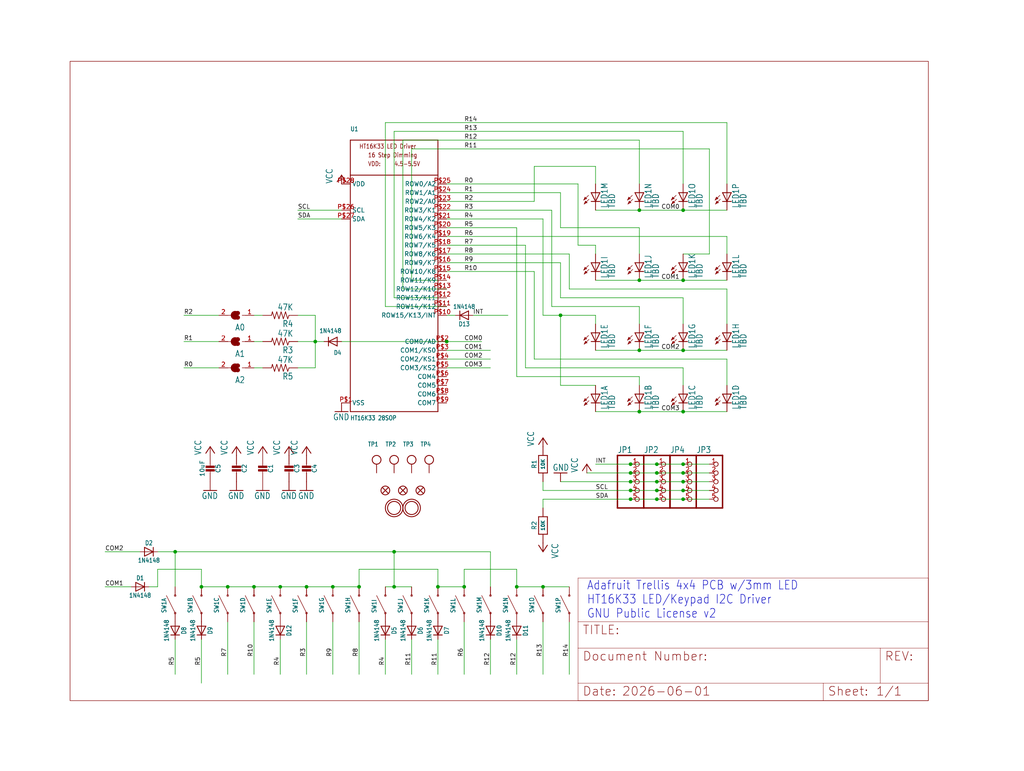
<source format=kicad_sch>
(kicad_sch (version 20230121) (generator eeschema)
  (paper "User" 297.002 223.571)
  (junction (at 127 170.18))
  (junction (at 198.12 81.28))
  (junction (at 96.52 170.18))
  (junction (at 185.42 81.28))
  (junction (at 134.62 170.18))
  (junction (at 182.88 144.78))
  (junction (at 81.28 170.18))
  (junction (at 149.86 170.18))
  (junction (at 73.66 170.18))
  (junction (at 185.42 119.38))
  (junction (at 198.12 119.38))
  (junction (at 198.12 139.7))
  (junction (at 104.14 170.18))
  (junction (at 198.12 101.6))
  (junction (at 162.56 91.44))
  (junction (at 198.12 60.96))
  (junction (at 185.42 101.6))
  (junction (at 198.12 142.24))
  (junction (at 114.3 160.02))
  (junction (at 50.8 160.02))
  (junction (at 198.12 134.62))
  (junction (at 198.12 144.78))
  (junction (at 198.12 137.16))
  (junction (at 157.48 170.18))
  (junction (at 114.3 170.18))
  (junction (at 182.88 134.62))
  (junction (at 129.54 99.06))
  (junction (at 182.88 139.7))
  (junction (at 190.5 144.78))
  (junction (at 190.5 134.62))
  (junction (at 66.04 170.18))
  (junction (at 88.9 170.18))
  (junction (at 190.5 139.7))
  (junction (at 182.88 137.16))
  (junction (at 91.44 99.06))
  (junction (at 182.88 142.24))
  (junction (at 185.42 60.96))
  (junction (at 58.42 170.18))
  (junction (at 190.5 137.16))
  (junction (at 190.5 142.24))
  (wire (pts (xy 185.42 119.38) (xy 198.12 119.38)) (stroke (width 0.1524)))
  (wire (pts (xy 58.42 165.1) (xy 58.42 170.18)) (stroke (width 0.1524)))
  (wire (pts (xy 114.3 38.1) (xy 198.12 38.1)) (stroke (width 0.1524)))
  (wire (pts (xy 185.42 81.28) (xy 198.12 81.28)) (stroke (width 0.1524)))
  (wire (pts (xy 127 170.18) (xy 127 165.1)) (stroke (width 0.1524)))
  (wire (pts (xy 137.16 91.44) (xy 147.32 91.44)) (stroke (width 0.1524)))
  (wire (pts (xy 182.88 142.24) (xy 157.48 142.24)) (stroke (width 0.1524)))
  (wire (pts (xy 58.42 170.18) (xy 66.04 170.18)) (stroke (width 0.1524)))
  (wire (pts (xy 119.38 185.42) (xy 119.38 195.58)) (stroke (width 0.1524)))
  (wire (pts (xy 119.38 43.18) (xy 205.74 43.18)) (stroke (width 0.1524)))
  (wire (pts (xy 198.12 81.28) (xy 210.82 81.28)) (stroke (width 0.1524)))
  (wire (pts (xy 50.8 160.02) (xy 114.3 160.02)) (stroke (width 0.1524)))
  (wire (pts (xy 129.54 63.5) (xy 157.48 63.5)) (stroke (width 0.1524)))
  (wire (pts (xy 99.06 99.06) (xy 129.54 99.06)) (stroke (width 0.1524)))
  (wire (pts (xy 149.86 170.18) (xy 157.48 170.18)) (stroke (width 0.1524)))
  (wire (pts (xy 114.3 170.18) (xy 119.38 170.18)) (stroke (width 0.1524)))
  (wire (pts (xy 45.72 170.18) (xy 45.72 165.1)) (stroke (width 0.1524)))
  (wire (pts (xy 185.42 109.22) (xy 185.42 111.76)) (stroke (width 0.1524)))
  (wire (pts (xy 198.12 38.1) (xy 198.12 53.34)) (stroke (width 0.1524)))
  (wire (pts (xy 129.54 73.66) (xy 165.1 73.66)) (stroke (width 0.1524)))
  (wire (pts (xy 142.24 160.02) (xy 142.24 170.18)) (stroke (width 0.1524)))
  (wire (pts (xy 198.12 86.36) (xy 198.12 93.98)) (stroke (width 0.1524)))
  (wire (pts (xy 129.54 78.74) (xy 154.94 78.74)) (stroke (width 0.1524)))
  (wire (pts (xy 154.94 78.74) (xy 154.94 104.14)) (stroke (width 0.1524)))
  (wire (pts (xy 149.86 109.22) (xy 149.86 66.04)) (stroke (width 0.1524)))
  (wire (pts (xy 172.72 48.26) (xy 172.72 53.34)) (stroke (width 0.1524)))
  (wire (pts (xy 86.36 99.06) (xy 91.44 99.06)) (stroke (width 0.1524)))
  (wire (pts (xy 198.12 60.96) (xy 210.82 60.96)) (stroke (width 0.1524)))
  (wire (pts (xy 40.64 160.02) (xy 30.48 160.02)) (stroke (width 0.1524)))
  (wire (pts (xy 210.82 83.82) (xy 210.82 93.98)) (stroke (width 0.1524)))
  (wire (pts (xy 165.1 180.34) (xy 165.1 195.58)) (stroke (width 0.1524)))
  (wire (pts (xy 88.9 180.34) (xy 88.9 195.58)) (stroke (width 0.1524)))
  (wire (pts (xy 170.18 137.16) (xy 182.88 137.16)) (stroke (width 0.1524)))
  (wire (pts (xy 50.8 185.42) (xy 50.8 195.58)) (stroke (width 0.1524)))
  (wire (pts (xy 172.72 73.66) (xy 172.72 71.12)) (stroke (width 0.1524)))
  (wire (pts (xy 185.42 40.64) (xy 185.42 53.34)) (stroke (width 0.1524)))
  (wire (pts (xy 157.48 170.18) (xy 165.1 170.18)) (stroke (width 0.1524)))
  (wire (pts (xy 88.9 170.18) (xy 96.52 170.18)) (stroke (width 0.1524)))
  (wire (pts (xy 91.44 99.06) (xy 91.44 91.44)) (stroke (width 0.1524)))
  (wire (pts (xy 190.5 137.16) (xy 198.12 137.16)) (stroke (width 0.1524)))
  (wire (pts (xy 127 185.42) (xy 127 195.58)) (stroke (width 0.1524)))
  (wire (pts (xy 198.12 137.16) (xy 205.74 137.16)) (stroke (width 0.1524)))
  (wire (pts (xy 81.28 170.18) (xy 88.9 170.18)) (stroke (width 0.1524)))
  (wire (pts (xy 198.12 142.24) (xy 205.74 142.24)) (stroke (width 0.1524)))
  (wire (pts (xy 172.72 101.6) (xy 185.42 101.6)) (stroke (width 0.1524)))
  (wire (pts (xy 132.08 91.44) (xy 129.54 91.44)) (stroke (width 0.1524)))
  (wire (pts (xy 198.12 139.7) (xy 205.74 139.7)) (stroke (width 0.1524)))
  (wire (pts (xy 172.72 111.76) (xy 162.56 111.76)) (stroke (width 0.1524)))
  (wire (pts (xy 182.88 137.16) (xy 190.5 137.16)) (stroke (width 0.1524)))
  (wire (pts (xy 114.3 170.18) (xy 114.3 160.02)) (stroke (width 0.1524)))
  (wire (pts (xy 38.1 170.18) (xy 30.48 170.18)) (stroke (width 0.1524)))
  (wire (pts (xy 198.12 106.68) (xy 198.12 111.76)) (stroke (width 0.1524)))
  (wire (pts (xy 53.34 99.06) (xy 63.5 99.06)) (stroke (width 0.1524)))
  (wire (pts (xy 154.94 58.42) (xy 154.94 48.26)) (stroke (width 0.1524)))
  (wire (pts (xy 45.72 160.02) (xy 50.8 160.02)) (stroke (width 0.1524)))
  (wire (pts (xy 63.5 91.44) (xy 53.34 91.44)) (stroke (width 0.1524)))
  (wire (pts (xy 129.54 81.28) (xy 119.38 81.28)) (stroke (width 0.1524)))
  (wire (pts (xy 129.54 68.58) (xy 210.82 68.58)) (stroke (width 0.1524)))
  (wire (pts (xy 114.3 86.36) (xy 114.3 38.1)) (stroke (width 0.1524)))
  (wire (pts (xy 154.94 48.26) (xy 172.72 48.26)) (stroke (width 0.1524)))
  (wire (pts (xy 172.72 91.44) (xy 172.72 93.98)) (stroke (width 0.1524)))
  (wire (pts (xy 157.48 142.24) (xy 157.48 139.7)) (stroke (width 0.1524)))
  (wire (pts (xy 165.1 73.66) (xy 165.1 83.82)) (stroke (width 0.1524)))
  (wire (pts (xy 91.44 99.06) (xy 93.98 99.06)) (stroke (width 0.1524)))
  (wire (pts (xy 185.42 88.9) (xy 160.02 88.9)) (stroke (width 0.1524)))
  (wire (pts (xy 96.52 195.58) (xy 96.52 180.34)) (stroke (width 0.1524)))
  (wire (pts (xy 198.12 134.62) (xy 205.74 134.62)) (stroke (width 0.1524)))
  (wire (pts (xy 127 170.18) (xy 134.62 170.18)) (stroke (width 0.1524)))
  (wire (pts (xy 182.88 144.78) (xy 190.5 144.78)) (stroke (width 0.1524)))
  (wire (pts (xy 149.86 165.1) (xy 134.62 165.1)) (stroke (width 0.1524)))
  (wire (pts (xy 172.72 81.28) (xy 185.42 81.28)) (stroke (width 0.1524)))
  (wire (pts (xy 205.74 43.18) (xy 205.74 73.66)) (stroke (width 0.1524)))
  (wire (pts (xy 172.72 119.38) (xy 185.42 119.38)) (stroke (width 0.1524)))
  (wire (pts (xy 210.82 68.58) (xy 210.82 73.66)) (stroke (width 0.1524)))
  (wire (pts (xy 190.5 134.62) (xy 198.12 134.62)) (stroke (width 0.1524)))
  (wire (pts (xy 111.76 88.9) (xy 111.76 35.56)) (stroke (width 0.1524)))
  (wire (pts (xy 91.44 91.44) (xy 86.36 91.44)) (stroke (width 0.1524)))
  (wire (pts (xy 81.28 185.42) (xy 81.28 195.58)) (stroke (width 0.1524)))
  (wire (pts (xy 129.54 101.6) (xy 142.24 101.6)) (stroke (width 0.1524)))
  (wire (pts (xy 91.44 106.68) (xy 91.44 99.06)) (stroke (width 0.1524)))
  (wire (pts (xy 190.5 139.7) (xy 198.12 139.7)) (stroke (width 0.1524)))
  (wire (pts (xy 162.56 86.36) (xy 198.12 86.36)) (stroke (width 0.1524)))
  (wire (pts (xy 129.54 106.68) (xy 142.24 106.68)) (stroke (width 0.1524)))
  (wire (pts (xy 99.06 63.5) (xy 86.36 63.5)) (stroke (width 0.1524)))
  (wire (pts (xy 96.52 170.18) (xy 104.14 170.18)) (stroke (width 0.1524)))
  (wire (pts (xy 157.48 147.32) (xy 157.48 144.78)) (stroke (width 0.1524)))
  (wire (pts (xy 58.42 185.42) (xy 58.42 198.12)) (stroke (width 0.1524)))
  (wire (pts (xy 86.36 106.68) (xy 91.44 106.68)) (stroke (width 0.1524)))
  (wire (pts (xy 149.86 185.42) (xy 149.86 195.58)) (stroke (width 0.1524)))
  (wire (pts (xy 162.56 55.88) (xy 162.56 66.04)) (stroke (width 0.1524)))
  (wire (pts (xy 111.76 35.56) (xy 210.82 35.56)) (stroke (width 0.1524)))
  (wire (pts (xy 185.42 66.04) (xy 185.42 73.66)) (stroke (width 0.1524)))
  (wire (pts (xy 129.54 99.06) (xy 139.7 99.06)) (stroke (width 0.1524)))
  (wire (pts (xy 154.94 104.14) (xy 210.82 104.14)) (stroke (width 0.1524)))
  (wire (pts (xy 50.8 170.18) (xy 50.8 160.02)) (stroke (width 0.1524)))
  (wire (pts (xy 73.66 170.18) (xy 81.28 170.18)) (stroke (width 0.1524)))
  (wire (pts (xy 162.56 76.2) (xy 162.56 86.36)) (stroke (width 0.1524)))
  (wire (pts (xy 76.2 91.44) (xy 73.66 91.44)) (stroke (width 0.1524)))
  (wire (pts (xy 210.82 35.56) (xy 210.82 53.34)) (stroke (width 0.1524)))
  (wire (pts (xy 157.48 91.44) (xy 162.56 91.44)) (stroke (width 0.1524)))
  (wire (pts (xy 129.54 76.2) (xy 162.56 76.2)) (stroke (width 0.1524)))
  (wire (pts (xy 182.88 134.62) (xy 172.72 134.62)) (stroke (width 0.1524)))
  (wire (pts (xy 129.54 58.42) (xy 154.94 58.42)) (stroke (width 0.1524)))
  (wire (pts (xy 172.72 71.12) (xy 167.64 71.12)) (stroke (width 0.1524)))
  (wire (pts (xy 185.42 93.98) (xy 185.42 88.9)) (stroke (width 0.1524)))
  (wire (pts (xy 162.56 139.7) (xy 182.88 139.7)) (stroke (width 0.1524)))
  (wire (pts (xy 104.14 180.34) (xy 104.14 195.58)) (stroke (width 0.1524)))
  (wire (pts (xy 185.42 60.96) (xy 198.12 60.96)) (stroke (width 0.1524)))
  (wire (pts (xy 198.12 144.78) (xy 205.74 144.78)) (stroke (width 0.1524)))
  (wire (pts (xy 185.42 101.6) (xy 198.12 101.6)) (stroke (width 0.1524)))
  (wire (pts (xy 116.84 83.82) (xy 116.84 40.64)) (stroke (width 0.1524)))
  (wire (pts (xy 160.02 60.96) (xy 129.54 60.96)) (stroke (width 0.1524)))
  (wire (pts (xy 152.4 71.12) (xy 152.4 106.68)) (stroke (width 0.1524)))
  (wire (pts (xy 157.48 180.34) (xy 157.48 195.58)) (stroke (width 0.1524)))
  (wire (pts (xy 129.54 86.36) (xy 114.3 86.36)) (stroke (width 0.1524)))
  (wire (pts (xy 76.2 99.06) (xy 73.66 99.06)) (stroke (width 0.1524)))
  (wire (pts (xy 99.06 60.96) (xy 86.36 60.96)) (stroke (width 0.1524)))
  (wire (pts (xy 167.64 53.34) (xy 129.54 53.34)) (stroke (width 0.1524)))
  (wire (pts (xy 165.1 83.82) (xy 210.82 83.82)) (stroke (width 0.1524)))
  (wire (pts (xy 157.48 63.5) (xy 157.48 91.44)) (stroke (width 0.1524)))
  (wire (pts (xy 172.72 60.96) (xy 185.42 60.96)) (stroke (width 0.1524)))
  (wire (pts (xy 116.84 40.64) (xy 185.42 40.64)) (stroke (width 0.1524)))
  (wire (pts (xy 205.74 73.66) (xy 198.12 73.66)) (stroke (width 0.1524)))
  (wire (pts (xy 66.04 180.34) (xy 66.04 195.58)) (stroke (width 0.1524)))
  (wire (pts (xy 111.76 185.42) (xy 111.76 195.58)) (stroke (width 0.1524)))
  (wire (pts (xy 129.54 83.82) (xy 116.84 83.82)) (stroke (width 0.1524)))
  (wire (pts (xy 142.24 185.42) (xy 142.24 195.58)) (stroke (width 0.1524)))
  (wire (pts (xy 73.66 180.34) (xy 73.66 195.58)) (stroke (width 0.1524)))
  (wire (pts (xy 149.86 170.18) (xy 149.86 165.1)) (stroke (width 0.1524)))
  (wire (pts (xy 127 165.1) (xy 104.14 165.1)) (stroke (width 0.1524)))
  (wire (pts (xy 162.56 111.76) (xy 162.56 91.44)) (stroke (width 0.1524)))
  (wire (pts (xy 111.76 170.18) (xy 114.3 170.18)) (stroke (width 0.1524)))
  (wire (pts (xy 149.86 109.22) (xy 185.42 109.22)) (stroke (width 0.1524)))
  (wire (pts (xy 160.02 88.9) (xy 160.02 60.96)) (stroke (width 0.1524)))
  (wire (pts (xy 210.82 104.14) (xy 210.82 111.76)) (stroke (width 0.1524)))
  (wire (pts (xy 198.12 119.38) (xy 210.82 119.38)) (stroke (width 0.1524)))
  (wire (pts (xy 149.86 66.04) (xy 129.54 66.04)) (stroke (width 0.1524)))
  (wire (pts (xy 114.3 160.02) (xy 142.24 160.02)) (stroke (width 0.1524)))
  (wire (pts (xy 63.5 106.68) (xy 53.34 106.68)) (stroke (width 0.1524)))
  (wire (pts (xy 129.54 88.9) (xy 111.76 88.9)) (stroke (width 0.1524)))
  (wire (pts (xy 134.62 165.1) (xy 134.62 170.18)) (stroke (width 0.1524)))
  (wire (pts (xy 152.4 106.68) (xy 198.12 106.68)) (stroke (width 0.1524)))
  (wire (pts (xy 73.66 106.68) (xy 76.2 106.68)) (stroke (width 0.1524)))
  (wire (pts (xy 182.88 134.62) (xy 190.5 134.62)) (stroke (width 0.1524)))
  (wire (pts (xy 129.54 55.88) (xy 162.56 55.88)) (stroke (width 0.1524)))
  (wire (pts (xy 162.56 66.04) (xy 185.42 66.04)) (stroke (width 0.1524)))
  (wire (pts (xy 167.64 71.12) (xy 167.64 53.34)) (stroke (width 0.1524)))
  (wire (pts (xy 198.12 101.6) (xy 210.82 101.6)) (stroke (width 0.1524)))
  (wire (pts (xy 182.88 139.7) (xy 190.5 139.7)) (stroke (width 0.1524)))
  (wire (pts (xy 134.62 195.58) (xy 134.62 180.34)) (stroke (width 0.1524)))
  (wire (pts (xy 190.5 142.24) (xy 198.12 142.24)) (stroke (width 0.1524)))
  (wire (pts (xy 162.56 91.44) (xy 172.72 91.44)) (stroke (width 0.1524)))
  (wire (pts (xy 129.54 104.14) (xy 142.24 104.14)) (stroke (width 0.1524)))
  (wire (pts (xy 45.72 165.1) (xy 58.42 165.1)) (stroke (width 0.1524)))
  (wire (pts (xy 182.88 144.78) (xy 157.48 144.78)) (stroke (width 0.1524)))
  (wire (pts (xy 104.14 165.1) (xy 104.14 170.18)) (stroke (width 0.1524)))
  (wire (pts (xy 152.4 71.12) (xy 129.54 71.12)) (stroke (width 0.1524)))
  (wire (pts (xy 43.18 170.18) (xy 45.72 170.18)) (stroke (width 0.1524)))
  (wire (pts (xy 182.88 142.24) (xy 190.5 142.24)) (stroke (width 0.1524)))
  (wire (pts (xy 119.38 81.28) (xy 119.38 43.18)) (stroke (width 0.1524)))
  (wire (pts (xy 66.04 170.18) (xy 73.66 170.18)) (stroke (width 0.1524)))
  (wire (pts (xy 190.5 144.78) (xy 198.12 144.78)) (stroke (width 0.1524)))
  (text "Adafruit Trellis 4x4 PCB w/3mm LED\nHT16K33 LED/Keypad I2C Driver\nGNU Public License v2" (at 170.18 173.99 0) (effects (font (size 2.54 2.159)) (justify left)))
  (label "COM1" (at 30.48 170.18 0) (effects (font (size 1.2446 1.2446))))
  (label "R11" (at 119.38 193.04 90) (effects (font (size 1.2446 1.2446))))
  (label "R4" (at 134.62 63.5 0) (effects (font (size 1.2446 1.2446))))
  (label "INT" (at 137.16 91.44 0) (effects (font (size 1.2446 1.2446))))
  (label "R6" (at 134.62 68.58 0) (effects (font (size 1.2446 1.2446))))
  (label "R8" (at 104.14 190.5 90) (effects (font (size 1.2446 1.2446))))
  (label "COM3" (at 134.62 106.68 0) (effects (font (size 1.2446 1.2446))))
  (label "R5" (at 50.8 193.04 90) (effects (font (size 1.2446 1.2446))))
  (label "COM3" (at 191.77 119.38 0) (effects (font (size 1.2446 1.2446))))
  (label "R5" (at 58.42 193.04 90) (effects (font (size 1.2446 1.2446))))
  (label "R4" (at 111.76 193.04 90) (effects (font (size 1.2446 1.2446))))
  (label "R0" (at 53.34 106.68 0) (effects (font (size 1.2446 1.2446))))
  (label "R7" (at 66.04 190.5 90) (effects (font (size 1.2446 1.2446))))
  (label "R4" (at 81.28 193.04 90) (effects (font (size 1.2446 1.2446))))
  (label "R9" (at 134.62 76.2 0) (effects (font (size 1.2446 1.2446))))
  (label "COM2" (at 30.48 160.02 0) (effects (font (size 1.2446 1.2446))))
  (label "R2" (at 53.34 91.44 0) (effects (font (size 1.2446 1.2446))))
  (label "R11" (at 134.62 43.18 0) (effects (font (size 1.2446 1.2446))))
  (label "R12" (at 142.24 193.04 90) (effects (font (size 1.2446 1.2446))))
  (label "COM0" (at 134.62 99.06 0) (effects (font (size 1.2446 1.2446))))
  (label "COM2" (at 134.62 104.14 0) (effects (font (size 1.2446 1.2446))))
  (label "R12" (at 149.86 193.04 90) (effects (font (size 1.2446 1.2446))))
  (label "R3" (at 134.62 60.96 0) (effects (font (size 1.2446 1.2446))))
  (label "COM1" (at 191.77 81.28 0) (effects (font (size 1.2446 1.2446))))
  (label "SDA" (at 86.36 63.5 0) (effects (font (size 1.2446 1.2446))))
  (label "COM1" (at 134.62 101.6 0) (effects (font (size 1.2446 1.2446))))
  (label "R10" (at 134.62 78.74 0) (effects (font (size 1.2446 1.2446))))
  (label "R0" (at 134.62 53.34 0) (effects (font (size 1.2446 1.2446))))
  (label "R7" (at 134.62 71.12 0) (effects (font (size 1.2446 1.2446))))
  (label "R13" (at 134.62 38.1 0) (effects (font (size 1.2446 1.2446))))
  (label "R2" (at 134.62 58.42 0) (effects (font (size 1.2446 1.2446))))
  (label "R14" (at 165.1 190.5 90) (effects (font (size 1.2446 1.2446))))
  (label "R1" (at 134.62 55.88 0) (effects (font (size 1.2446 1.2446))))
  (label "SCL" (at 86.36 60.96 0) (effects (font (size 1.2446 1.2446))))
  (label "SDA" (at 172.72 144.78 0) (effects (font (size 1.2446 1.2446))))
  (label "SCL" (at 172.72 142.24 0) (effects (font (size 1.2446 1.2446))))
  (label "R14" (at 134.62 35.56 0) (effects (font (size 1.2446 1.2446))))
  (label "R11" (at 127 193.04 90) (effects (font (size 1.2446 1.2446))))
  (label "COM0" (at 191.77 60.96 0) (effects (font (size 1.2446 1.2446))))
  (label "R5" (at 134.62 66.04 0) (effects (font (size 1.2446 1.2446))))
  (label "COM2" (at 191.77 101.6 0) (effects (font (size 1.2446 1.2446))))
  (label "R9" (at 96.52 190.5 90) (effects (font (size 1.2446 1.2446))))
  (label "R12" (at 134.62 40.64 0) (effects (font (size 1.2446 1.2446))))
  (label "INT" (at 172.72 134.62 0) (effects (font (size 1.2446 1.2446))))
  (label "R10" (at 73.66 190.5 90) (effects (font (size 1.2446 1.2446))))
  (label "R1" (at 53.34 99.06 0) (effects (font (size 1.2446 1.2446))))
  (label "R13" (at 157.48 190.5 90) (effects (font (size 1.2446 1.2446))))
  (label "R3" (at 88.9 190.5 90) (effects (font (size 1.2446 1.2446))))
  (label "R8" (at 134.62 73.66 0) (effects (font (size 1.2446 1.2446))))
  (label "R6" (at 134.62 190.5 90) (effects (font (size 1.2446 1.2446))))
  (symbol (lib_id "working-eagle-import:VCC") (at 60.96 129.54 0) (unit 1)
    (property "Reference" "#P+9" (effects hide))
    (property "Value" "VCC" (at 58.42 132.08 90) (effects (font (size 1.778 1.5113)) (justify left bottom)))
  )
  (symbol (lib_id "working-eagle-import:DIODESOD-323") (at 149.86 182.88 270) (unit 1)
    (property "Reference" "D11" (at 152.4 182.88 0) (effects (font (size 1.27 1.0795))))
    (property "Value" "1N4148" (at 147.36 182.88 0) (effects (font (size 1.27 1.0795))))
    (property "Footprint" "working:SOD-323" (effects hide))
  )
  (symbol (lib_id "working-eagle-import:SWITCH-SILICON-4X4GRID-10MM-5.4MM") (at 73.66 175.26 90) (unit 4)
    (property "Reference" "SW1" (at 71.12 177.8 0) (effects (font (size 1.27 1.0795)) (justify left bottom)))
    (property "Value" "SWITCH-SILICON-4X4GRID-10MM-5.4MM" (effects hide))
    (property "Footprint" "working:ELAST_PAD_SQUARE_10MM_5.4MM_4X4GRID" (effects hide))
  )
  (symbol (lib_id "working-eagle-import:TESTPOINT") (at 114.3 137.16 0) (unit 1)
    (property "Reference" "TP2" (at 111.76 129.54 0) (effects (font (size 1.27 1.0795)) (justify left bottom)))
    (property "Value" "TESTPOINT" (effects hide))
    (property "Footprint" "working:TESTPOINT_SMT" (effects hide))
  )
  (symbol (lib_id "working-eagle-import:DIODESOD-323") (at 58.42 182.88 270) (unit 1)
    (property "Reference" "D9" (at 60.96 182.88 0) (effects (font (size 1.27 1.0795))))
    (property "Value" "1N4148" (at 55.92 182.88 0) (effects (font (size 1.27 1.0795))))
    (property "Footprint" "working:SOD-323" (effects hide))
  )
  (symbol (lib_id "working-eagle-import:RESISTOR_0805") (at 157.48 134.62 90) (unit 1)
    (property "Reference" "R1" (at 154.94 134.62 0))
    (property "Value" "10K" (at 157.48 134.62 0) (effects (font (size 1.016 1.016) bold)))
    (property "Footprint" "working:_0805" (effects hide))
  )
  (symbol (lib_id "working-eagle-import:SWITCH-SILICON-4X4GRID-10MM-5.4MM") (at 134.62 175.26 90) (unit 12)
    (property "Reference" "SW1" (at 132.08 177.8 0) (effects (font (size 1.27 1.0795)) (justify left bottom)))
    (property "Value" "SWITCH-SILICON-4X4GRID-10MM-5.4MM" (effects hide))
    (property "Footprint" "working:ELAST_PAD_SQUARE_10MM_5.4MM_4X4GRID" (effects hide))
  )
  (symbol (lib_id "working-eagle-import:TESTPOINT") (at 124.46 137.16 0) (unit 1)
    (property "Reference" "TP4" (at 121.92 129.54 0) (effects (font (size 1.27 1.0795)) (justify left bottom)))
    (property "Value" "TESTPOINT" (effects hide))
    (property "Footprint" "working:TESTPOINT_SMT" (effects hide))
  )
  (symbol (lib_id "working-eagle-import:LED-3MM-4X4GRID-3MM") (at 172.72 76.2 0) (unit 9)
    (property "Reference" "LED1" (at 176.276 80.772 90) (effects (font (size 1.778 1.5113)) (justify left bottom)))
    (property "Value" "TBD" (at 178.435 80.772 90) (effects (font (size 1.778 1.5113)) (justify left bottom)))
    (property "Footprint" "working:LED3MM-4X4GRID" (effects hide))
  )
  (symbol (lib_id "working-eagle-import:SOLDERJUMPERREFLOW_NOPASTE") (at 68.58 91.44 180) (unit 1)
    (property "Reference" "A0" (at 71.12 93.98 0) (effects (font (size 1.778 1.5113)) (justify left bottom)))
    (property "Value" "SOLDERJUMPERREFLOW_NOPASTE" (effects hide))
    (property "Footprint" "working:SOLDERJUMPER_REFLOW_NOPASTE" (effects hide))
  )
  (symbol (lib_id "working-eagle-import:LED-3MM-4X4GRID-3MM") (at 185.42 76.2 0) (unit 10)
    (property "Reference" "LED1" (at 188.976 80.772 90) (effects (font (size 1.778 1.5113)) (justify left bottom)))
    (property "Value" "TBD" (at 191.135 80.772 90) (effects (font (size 1.778 1.5113)) (justify left bottom)))
    (property "Footprint" "working:LED3MM-4X4GRID" (effects hide))
  )
  (symbol (lib_id "working-eagle-import:SWITCH-SILICON-4X4GRID-10MM-5.4MM") (at 58.42 175.26 90) (unit 2)
    (property "Reference" "SW1" (at 55.88 177.8 0) (effects (font (size 1.27 1.0795)) (justify left bottom)))
    (property "Value" "SWITCH-SILICON-4X4GRID-10MM-5.4MM" (effects hide))
    (property "Footprint" "working:ELAST_PAD_SQUARE_10MM_5.4MM_4X4GRID" (effects hide))
  )
  (symbol (lib_id "working-eagle-import:LED-3MM-4X4GRID-3MM") (at 210.82 114.3 0) (unit 4)
    (property "Reference" "LED1" (at 214.376 118.872 90) (effects (font (size 1.778 1.5113)) (justify left bottom)))
    (property "Value" "TBD" (at 216.535 118.872 90) (effects (font (size 1.778 1.5113)) (justify left bottom)))
    (property "Footprint" "working:LED3MM-4X4GRID" (effects hide))
  )
  (symbol (lib_id "working-eagle-import:TESTPOINT") (at 109.22 137.16 0) (unit 1)
    (property "Reference" "TP1" (at 106.68 129.54 0) (effects (font (size 1.27 1.0795)) (justify left bottom)))
    (property "Value" "TESTPOINT" (effects hide))
    (property "Footprint" "working:TESTPOINT_SMT" (effects hide))
  )
  (symbol (lib_id "working-eagle-import:VCC") (at 68.58 129.54 0) (unit 1)
    (property "Reference" "#P+5" (effects hide))
    (property "Value" "VCC" (at 66.04 132.08 90) (effects (font (size 1.778 1.5113)) (justify left bottom)))
  )
  (symbol (lib_id "working-eagle-import:VCC") (at 88.9 129.54 0) (unit 1)
    (property "Reference" "#P+8" (effects hide))
    (property "Value" "VCC" (at 86.36 132.08 90) (effects (font (size 1.778 1.5113)) (justify left bottom)))
  )
  (symbol (lib_id "working-eagle-import:DIODESOD-323") (at 127 182.88 270) (unit 1)
    (property "Reference" "D7" (at 129.54 182.88 0) (effects (font (size 1.27 1.0795))))
    (property "Value" "1N4148" (at 124.5 182.88 0) (effects (font (size 1.27 1.0795))))
    (property "Footprint" "working:SOD-323" (effects hide))
  )
  (symbol (lib_id "working-eagle-import:LED-3MM-4X4GRID-3MM") (at 185.42 96.52 0) (unit 6)
    (property "Reference" "LED1" (at 188.976 101.092 90) (effects (font (size 1.778 1.5113)) (justify left bottom)))
    (property "Value" "TBD" (at 191.135 101.092 90) (effects (font (size 1.778 1.5113)) (justify left bottom)))
    (property "Footprint" "working:LED3MM-4X4GRID" (effects hide))
  )
  (symbol (lib_id "working-eagle-import:SWITCH-SILICON-4X4GRID-10MM-5.4MM") (at 104.14 175.26 90) (unit 8)
    (property "Reference" "SW1" (at 101.6 177.8 0) (effects (font (size 1.27 1.0795)) (justify left bottom)))
    (property "Value" "SWITCH-SILICON-4X4GRID-10MM-5.4MM" (effects hide))
    (property "Footprint" "working:ELAST_PAD_SQUARE_10MM_5.4MM_4X4GRID" (effects hide))
  )
  (symbol (lib_id "working-eagle-import:FIDUCIAL{dblquote}{dblquote}") (at 121.92 142.24 0) (unit 1)
    (property "Reference" "FID1" (effects hide))
    (property "Value" "FIDUCIAL{dblquote}{dblquote}" (effects hide))
    (property "Footprint" "working:FIDUCIAL_1MM" (effects hide))
  )
  (symbol (lib_id "working-eagle-import:SWITCH-SILICON-4X4GRID-10MM-5.4MM") (at 96.52 175.26 90) (unit 7)
    (property "Reference" "SW1" (at 93.98 177.8 0) (effects (font (size 1.27 1.0795)) (justify left bottom)))
    (property "Value" "SWITCH-SILICON-4X4GRID-10MM-5.4MM" (effects hide))
    (property "Footprint" "working:ELAST_PAD_SQUARE_10MM_5.4MM_4X4GRID" (effects hide))
  )
  (symbol (lib_id "working-eagle-import:DIODESOD-323") (at 50.8 182.88 270) (unit 1)
    (property "Reference" "D8" (at 53.34 182.88 0) (effects (font (size 1.27 1.0795))))
    (property "Value" "1N4148" (at 48.3 182.88 0) (effects (font (size 1.27 1.0795))))
    (property "Footprint" "working:SOD-323" (effects hide))
  )
  (symbol (lib_id "working-eagle-import:LED-3MM-4X4GRID-3MM") (at 185.42 114.3 0) (unit 2)
    (property "Reference" "LED1" (at 188.976 118.872 90) (effects (font (size 1.778 1.5113)) (justify left bottom)))
    (property "Value" "TBD" (at 191.135 118.872 90) (effects (font (size 1.778 1.5113)) (justify left bottom)))
    (property "Footprint" "working:LED3MM-4X4GRID" (effects hide))
  )
  (symbol (lib_id "working-eagle-import:SWITCH-SILICON-4X4GRID-10MM-5.4MM") (at 81.28 175.26 90) (unit 5)
    (property "Reference" "SW1" (at 78.74 177.8 0) (effects (font (size 1.27 1.0795)) (justify left bottom)))
    (property "Value" "SWITCH-SILICON-4X4GRID-10MM-5.4MM" (effects hide))
    (property "Footprint" "working:ELAST_PAD_SQUARE_10MM_5.4MM_4X4GRID" (effects hide))
  )
  (symbol (lib_id "working-eagle-import:DIODESOD-323F") (at 96.52 99.06 180) (unit 1)
    (property "Reference" "D4" (at 99.06 101.6 0) (effects (font (size 1.27 1.0795)) (justify left bottom)))
    (property "Value" "1N4148" (at 99.06 95.25 0) (effects (font (size 1.27 1.0795)) (justify left bottom)))
    (property "Footprint" "working:SOD-323F" (effects hide))
  )
  (symbol (lib_id "working-eagle-import:LED-3MM-4X4GRID-3MM") (at 198.12 114.3 0) (unit 3)
    (property "Reference" "LED1" (at 201.676 118.872 90) (effects (font (size 1.778 1.5113)) (justify left bottom)))
    (property "Value" "TBD" (at 203.835 118.872 90) (effects (font (size 1.778 1.5113)) (justify left bottom)))
    (property "Footprint" "working:LED3MM-4X4GRID" (effects hide))
  )
  (symbol (lib_id "working-eagle-import:LED-3MM-4X4GRID-3MM") (at 172.72 96.52 0) (unit 5)
    (property "Reference" "LED1" (at 176.276 101.092 90) (effects (font (size 1.778 1.5113)) (justify left bottom)))
    (property "Value" "TBD" (at 178.435 101.092 90) (effects (font (size 1.778 1.5113)) (justify left bottom)))
    (property "Footprint" "working:LED3MM-4X4GRID" (effects hide))
  )
  (symbol (lib_id "working-eagle-import:R-US_R0805") (at 81.28 99.06 180) (unit 1)
    (property "Reference" "R3" (at 85.09 100.5586 0) (effects (font (size 1.778 1.5113)) (justify left bottom)))
    (property "Value" "47K" (at 85.09 95.758 0) (effects (font (size 1.778 1.5113)) (justify left bottom)))
    (property "Footprint" "working:R0805" (effects hide))
  )
  (symbol (lib_id "working-eagle-import:GND") (at 88.9 142.24 0) (unit 1)
    (property "Reference" "#GND6" (effects hide))
    (property "Value" "GND" (at 86.36 144.78 0) (effects (font (size 1.778 1.5113)) (justify left bottom)))
  )
  (symbol (lib_id "working-eagle-import:FIDUCIAL{dblquote}{dblquote}") (at 111.76 142.24 0) (unit 1)
    (property "Reference" "FID2" (effects hide))
    (property "Value" "FIDUCIAL{dblquote}{dblquote}" (effects hide))
    (property "Footprint" "working:FIDUCIAL_1MM" (effects hide))
  )
  (symbol (lib_id "working-eagle-import:SWITCH-SILICON-4X4GRID-10MM-5.4MM") (at 157.48 175.26 90) (unit 15)
    (property "Reference" "SW1" (at 154.94 177.8 0) (effects (font (size 1.27 1.0795)) (justify left bottom)))
    (property "Value" "SWITCH-SILICON-4X4GRID-10MM-5.4MM" (effects hide))
    (property "Footprint" "working:ELAST_PAD_SQUARE_10MM_5.4MM_4X4GRID" (effects hide))
  )
  (symbol (lib_id "working-eagle-import:SWITCH-SILICON-4X4GRID-10MM-5.4MM") (at 66.04 175.26 90) (unit 3)
    (property "Reference" "SW1" (at 63.5 177.8 0) (effects (font (size 1.27 1.0795)) (justify left bottom)))
    (property "Value" "SWITCH-SILICON-4X4GRID-10MM-5.4MM" (effects hide))
    (property "Footprint" "working:ELAST_PAD_SQUARE_10MM_5.4MM_4X4GRID" (effects hide))
  )
  (symbol (lib_id "working-eagle-import:DIODESOD-323") (at 43.18 160.02 0) (unit 1)
    (property "Reference" "D2" (at 43.18 157.48 0) (effects (font (size 1.27 1.0795))))
    (property "Value" "1N4148" (at 43.18 162.52 0) (effects (font (size 1.27 1.0795))))
    (property "Footprint" "working:SOD-323" (effects hide))
  )
  (symbol (lib_id "working-eagle-import:SWITCH-SILICON-4X4GRID-10MM-5.4MM") (at 127 175.26 90) (unit 11)
    (property "Reference" "SW1" (at 124.46 177.8 0) (effects (font (size 1.27 1.0795)) (justify left bottom)))
    (property "Value" "SWITCH-SILICON-4X4GRID-10MM-5.4MM" (effects hide))
    (property "Footprint" "working:ELAST_PAD_SQUARE_10MM_5.4MM_4X4GRID" (effects hide))
  )
  (symbol (lib_id "working-eagle-import:SWITCH-SILICON-4X4GRID-10MM-5.4MM") (at 50.8 175.26 90) (unit 1)
    (property "Reference" "SW1" (at 48.26 177.8 0) (effects (font (size 1.27 1.0795)) (justify left bottom)))
    (property "Value" "SWITCH-SILICON-4X4GRID-10MM-5.4MM" (effects hide))
    (property "Footprint" "working:ELAST_PAD_SQUARE_10MM_5.4MM_4X4GRID" (effects hide))
  )
  (symbol (lib_id "working-eagle-import:HEADER-1X5EDGESMT") (at 185.42 139.7 0) (unit 1)
    (property "Reference" "JP1" (at 179.07 131.445 0) (effects (font (size 1.778 1.5113)) (justify left bottom)))
    (property "Value" "HEADER-1X5EDGESMT" (effects hide))
    (property "Footprint" "working:1X5_SMT" (effects hide))
  )
  (symbol (lib_id "working-eagle-import:R-US_R0805") (at 81.28 106.68 180) (unit 1)
    (property "Reference" "R5" (at 85.09 108.1786 0) (effects (font (size 1.778 1.5113)) (justify left bottom)))
    (property "Value" "47K" (at 85.09 103.378 0) (effects (font (size 1.778 1.5113)) (justify left bottom)))
    (property "Footprint" "working:R0805" (effects hide))
  )
  (symbol (lib_id "working-eagle-import:HEADER-1X5EDGESMT") (at 208.28 139.7 0) (unit 1)
    (property "Reference" "JP3" (at 201.93 131.445 0) (effects (font (size 1.778 1.5113)) (justify left bottom)))
    (property "Value" "HEADER-1X5EDGESMT" (effects hide))
    (property "Footprint" "working:1X5_SMT" (effects hide))
  )
  (symbol (lib_id "working-eagle-import:LED-3MM-4X4GRID-3MM") (at 185.42 55.88 0) (unit 14)
    (property "Reference" "LED1" (at 188.976 60.452 90) (effects (font (size 1.778 1.5113)) (justify left bottom)))
    (property "Value" "TBD" (at 191.135 60.452 90) (effects (font (size 1.778 1.5113)) (justify left bottom)))
    (property "Footprint" "working:LED3MM-4X4GRID" (effects hide))
  )
  (symbol (lib_id "working-eagle-import:FIDUCIAL{dblquote}{dblquote}") (at 116.84 142.24 0) (unit 1)
    (property "Reference" "FID3" (effects hide))
    (property "Value" "FIDUCIAL{dblquote}{dblquote}" (effects hide))
    (property "Footprint" "working:FIDUCIAL_1MM" (effects hide))
  )
  (symbol (lib_id "working-eagle-import:GND") (at 76.2 142.24 0) (unit 1)
    (property "Reference" "#GND3" (effects hide))
    (property "Value" "GND" (at 73.66 144.78 0) (effects (font (size 1.778 1.5113)) (justify left bottom)))
  )
  (symbol (lib_id "working-eagle-import:VCC") (at 99.06 50.8 0) (unit 1)
    (property "Reference" "#P+1" (effects hide))
    (property "Value" "VCC" (at 96.52 53.34 90) (effects (font (size 1.778 1.5113)) (justify left bottom)))
  )
  (symbol (lib_id "working-eagle-import:LED-3MM-4X4GRID-3MM") (at 172.72 114.3 0) (unit 1)
    (property "Reference" "LED1" (at 176.276 118.872 90) (effects (font (size 1.778 1.5113)) (justify left bottom)))
    (property "Value" "TBD" (at 178.435 118.872 90) (effects (font (size 1.778 1.5113)) (justify left bottom)))
    (property "Footprint" "working:LED3MM-4X4GRID" (effects hide))
  )
  (symbol (lib_id "working-eagle-import:LED-3MM-4X4GRID-3MM") (at 172.72 55.88 0) (unit 13)
    (property "Reference" "LED1" (at 176.276 60.452 90) (effects (font (size 1.778 1.5113)) (justify left bottom)))
    (property "Value" "TBD" (at 178.435 60.452 90) (effects (font (size 1.778 1.5113)) (justify left bottom)))
    (property "Footprint" "working:LED3MM-4X4GRID" (effects hide))
  )
  (symbol (lib_id "working-eagle-import:HEADER-1X5EDGESMT") (at 200.66 139.7 0) (unit 1)
    (property "Reference" "JP4" (at 194.31 131.445 0) (effects (font (size 1.778 1.5113)) (justify left bottom)))
    (property "Value" "HEADER-1X5EDGESMT" (effects hide))
    (property "Footprint" "working:1X5_SMT" (effects hide))
  )
  (symbol (lib_id "working-eagle-import:SWITCH-SILICON-4X4GRID-10MM-5.4MM") (at 165.1 175.26 90) (unit 16)
    (property "Reference" "SW1" (at 162.56 177.8 0) (effects (font (size 1.27 1.0795)) (justify left bottom)))
    (property "Value" "SWITCH-SILICON-4X4GRID-10MM-5.4MM" (effects hide))
    (property "Footprint" "working:ELAST_PAD_SQUARE_10MM_5.4MM_4X4GRID" (effects hide))
  )
  (symbol (lib_id "working-eagle-import:HT16K33_SOP28") (at 114.3 78.74 0) (unit 1)
    (property "Reference" "U1" (at 101.6 38.1 0) (effects (font (size 1.27 1.0795)) (justify left bottom)))
    (property "Value" "HT16K33 28SOP" (at 101.6 121.92 0) (effects (font (size 1.27 1.0795)) (justify left bottom)))
    (property "Footprint" "working:SOP28_300MIL" (effects hide))
  )
  (symbol (lib_id "working-eagle-import:DIODESOD-323") (at 81.28 182.88 270) (unit 1)
    (property "Reference" "D12" (at 83.82 182.88 0) (effects (font (size 1.27 1.0795))))
    (property "Value" "1N4148" (at 78.78 182.88 0) (effects (font (size 1.27 1.0795))))
    (property "Footprint" "working:SOD-323" (effects hide))
  )
  (symbol (lib_id "working-eagle-import:GND") (at 83.82 142.24 0) (unit 1)
    (property "Reference" "#GND5" (effects hide))
    (property "Value" "GND" (at 81.28 144.78 0) (effects (font (size 1.778 1.5113)) (justify left bottom)))
  )
  (symbol (lib_id "working-eagle-import:DIODESOD-323") (at 142.24 182.88 270) (unit 1)
    (property "Reference" "D10" (at 144.78 182.88 0) (effects (font (size 1.27 1.0795))))
    (property "Value" "1N4148" (at 139.74 182.88 0) (effects (font (size 1.27 1.0795))))
    (property "Footprint" "working:SOD-323" (effects hide))
  )
  (symbol (lib_id "working-eagle-import:GND") (at 68.58 142.24 0) (unit 1)
    (property "Reference" "#GND4" (effects hide))
    (property "Value" "GND" (at 66.04 144.78 0) (effects (font (size 1.778 1.5113)) (justify left bottom)))
  )
  (symbol (lib_id "working-eagle-import:VCC") (at 157.48 127 0) (unit 1)
    (property "Reference" "#P+3" (effects hide))
    (property "Value" "VCC" (at 154.94 129.54 90) (effects (font (size 1.778 1.5113)) (justify left bottom)))
  )
  (symbol (lib_id "working-eagle-import:TESTPOINT") (at 119.38 137.16 0) (unit 1)
    (property "Reference" "TP3" (at 116.84 129.54 0) (effects (font (size 1.27 1.0795)) (justify left bottom)))
    (property "Value" "TESTPOINT" (effects hide))
    (property "Footprint" "working:TESTPOINT_SMT" (effects hide))
  )
  (symbol (lib_id "working-eagle-import:SOLDERJUMPERREFLOW_NOPASTE") (at 68.58 99.06 180) (unit 1)
    (property "Reference" "A1" (at 71.12 101.6 0) (effects (font (size 1.778 1.5113)) (justify left bottom)))
    (property "Value" "SOLDERJUMPERREFLOW_NOPASTE" (effects hide))
    (property "Footprint" "working:SOLDERJUMPER_REFLOW_NOPASTE" (effects hide))
  )
  (symbol (lib_id "working-eagle-import:LED-3MM-4X4GRID-3MM") (at 210.82 76.2 0) (unit 12)
    (property "Reference" "LED1" (at 214.376 80.772 90) (effects (font (size 1.778 1.5113)) (justify left bottom)))
    (property "Value" "TBD" (at 216.535 80.772 90) (effects (font (size 1.778 1.5113)) (justify left bottom)))
    (property "Footprint" "working:LED3MM-4X4GRID" (effects hide))
  )
  (symbol (lib_id "working-eagle-import:LED-3MM-4X4GRID-3MM") (at 198.12 76.2 0) (unit 11)
    (property "Reference" "LED1" (at 201.676 80.772 90) (effects (font (size 1.778 1.5113)) (justify left bottom)))
    (property "Value" "TBD" (at 203.835 80.772 90) (effects (font (size 1.778 1.5113)) (justify left bottom)))
    (property "Footprint" "working:LED3MM-4X4GRID" (effects hide))
  )
  (symbol (lib_id "working-eagle-import:GND") (at 162.56 137.16 180) (unit 1)
    (property "Reference" "#GND2" (effects hide))
    (property "Value" "GND" (at 165.1 134.62 0) (effects (font (size 1.778 1.5113)) (justify left bottom)))
  )
  (symbol (lib_id "working-eagle-import:LETTER_L") (at 167.64 203.2 0) (unit 2)
    (property "Reference" "#FRAME1" (effects hide))
    (property "Value" "LETTER_L" (effects hide))
  )
  (symbol (lib_id "working-eagle-import:SWITCH-SILICON-4X4GRID-10MM-5.4MM") (at 111.76 175.26 90) (unit 9)
    (property "Reference" "SW1" (at 109.22 177.8 0) (effects (font (size 1.27 1.0795)) (justify left bottom)))
    (property "Value" "SWITCH-SILICON-4X4GRID-10MM-5.4MM" (effects hide))
    (property "Footprint" "working:ELAST_PAD_SQUARE_10MM_5.4MM_4X4GRID" (effects hide))
  )
  (symbol (lib_id "working-eagle-import:VCC") (at 157.48 160.02 180) (unit 1)
    (property "Reference" "#P+4" (effects hide))
    (property "Value" "VCC" (at 160.02 157.48 90) (effects (font (size 1.778 1.5113)) (justify left bottom)))
  )
  (symbol (lib_id "working-eagle-import:VCC") (at 83.82 129.54 0) (unit 1)
    (property "Reference" "#P+7" (effects hide))
    (property "Value" "VCC" (at 81.28 132.08 90) (effects (font (size 1.778 1.5113)) (justify left bottom)))
  )
  (symbol (lib_id "working-eagle-import:GND") (at 99.06 119.38 0) (unit 1)
    (property "Reference" "#GND1" (effects hide))
    (property "Value" "GND" (at 96.52 121.92 0) (effects (font (size 1.778 1.5113)) (justify left bottom)))
  )
  (symbol (lib_id "working-eagle-import:CAP_CERAMIC_0805") (at 88.9 134.62 180) (unit 1)
    (property "Reference" "C4" (at 91.19 135.87 90))
    (property "Value" "CAP_CERAMIC_0805" (effects hide))
    (property "Footprint" "working:_0805" (effects hide))
  )
  (symbol (lib_id "working-eagle-import:CAP_CERAMIC_0805") (at 83.82 134.62 180) (unit 1)
    (property "Reference" "C3" (at 86.11 135.87 90))
    (property "Value" "CAP_CERAMIC_0805" (effects hide))
    (property "Footprint" "working:_0805" (effects hide))
  )
  (symbol (lib_id "working-eagle-import:LED-3MM-4X4GRID-3MM") (at 210.82 96.52 0) (unit 8)
    (property "Reference" "LED1" (at 214.376 101.092 90) (effects (font (size 1.778 1.5113)) (justify left bottom)))
    (property "Value" "TBD" (at 216.535 101.092 90) (effects (font (size 1.778 1.5113)) (justify left bottom)))
    (property "Footprint" "working:LED3MM-4X4GRID" (effects hide))
  )
  (symbol (lib_id "working-eagle-import:VCC") (at 170.18 134.62 0) (unit 1)
    (property "Reference" "#P+2" (effects hide))
    (property "Value" "VCC" (at 167.64 137.16 90) (effects (font (size 1.778 1.5113)) (justify left bottom)))
  )
  (symbol (lib_id "working-eagle-import:DIODESOD-323") (at 134.62 91.44 180) (unit 1)
    (property "Reference" "D13" (at 134.62 93.98 0) (effects (font (size 1.27 1.0795))))
    (property "Value" "1N4148" (at 134.62 88.94 0) (effects (font (size 1.27 1.0795))))
    (property "Footprint" "working:SOD-323" (effects hide))
  )
  (symbol (lib_id "working-eagle-import:DIODESOD-323") (at 119.38 182.88 270) (unit 1)
    (property "Reference" "D6" (at 121.92 182.88 0) (effects (font (size 1.27 1.0795))))
    (property "Value" "1N4148" (at 116.88 182.88 0) (effects (font (size 1.27 1.0795))))
    (property "Footprint" "working:SOD-323" (effects hide))
  )
  (symbol (lib_id "working-eagle-import:R-US_R0805") (at 81.28 91.44 180) (unit 1)
    (property "Reference" "R4" (at 85.09 92.9386 0) (effects (font (size 1.778 1.5113)) (justify left bottom)))
    (property "Value" "47K" (at 85.09 88.138 0) (effects (font (size 1.778 1.5113)) (justify left bottom)))
    (property "Footprint" "working:R0805" (effects hide))
  )
  (symbol (lib_id "working-eagle-import:MOUNTINGHOLE2.5") (at 114.3 147.32 0) (unit 1)
    (property "Reference" "U$1" (effects hide))
    (property "Value" "MOUNTINGHOLE2.5" (effects hide))
    (property "Footprint" "working:MOUNTINGHOLE_2.5_PLATED" (effects hide))
  )
  (symbol (lib_id "working-eagle-import:SWITCH-SILICON-4X4GRID-10MM-5.4MM") (at 149.86 175.26 90) (unit 14)
    (property "Reference" "SW1" (at 147.32 177.8 0) (effects (font (size 1.27 1.0795)) (justify left bottom)))
    (property "Value" "SWITCH-SILICON-4X4GRID-10MM-5.4MM" (effects hide))
    (property "Footprint" "working:ELAST_PAD_SQUARE_10MM_5.4MM_4X4GRID" (effects hide))
  )
  (symbol (lib_id "working-eagle-import:CAP_CERAMIC_0805") (at 76.2 134.62 180) (unit 1)
    (property "Reference" "C1" (at 78.49 135.87 90))
    (property "Value" "CAP_CERAMIC_0805" (effects hide))
    (property "Footprint" "working:_0805" (effects hide))
  )
  (symbol (lib_id "working-eagle-import:SOLDERJUMPERREFLOW_NOPASTE") (at 68.58 106.68 180) (unit 1)
    (property "Reference" "A2" (at 71.12 109.22 0) (effects (font (size 1.778 1.5113)) (justify left bottom)))
    (property "Value" "SOLDERJUMPERREFLOW_NOPASTE" (effects hide))
    (property "Footprint" "working:SOLDERJUMPER_REFLOW_NOPASTE" (effects hide))
  )
  (symbol (lib_id "working-eagle-import:DIODESOD-323") (at 40.64 170.18 0) (unit 1)
    (property "Reference" "D1" (at 40.64 167.64 0) (effects (font (size 1.27 1.0795))))
    (property "Value" "1N4148" (at 40.64 172.68 0) (effects (font (size 1.27 1.0795))))
    (property "Footprint" "working:SOD-323" (effects hide))
  )
  (symbol (lib_id "working-eagle-import:SWITCH-SILICON-4X4GRID-10MM-5.4MM") (at 88.9 175.26 90) (unit 6)
    (property "Reference" "SW1" (at 86.36 177.8 0) (effects (font (size 1.27 1.0795)) (justify left bottom)))
    (property "Value" "SWITCH-SILICON-4X4GRID-10MM-5.4MM" (effects hide))
    (property "Footprint" "working:ELAST_PAD_SQUARE_10MM_5.4MM_4X4GRID" (effects hide))
  )
  (symbol (lib_id "working-eagle-import:RESISTOR_0805") (at 157.48 152.4 90) (unit 1)
    (property "Reference" "R2" (at 154.94 152.4 0))
    (property "Value" "10K" (at 157.48 152.4 0) (effects (font (size 1.016 1.016) bold)))
    (property "Footprint" "working:_0805" (effects hide))
  )
  (symbol (lib_id "working-eagle-import:CAP_CERAMIC_0805") (at 60.96 134.62 180) (unit 1)
    (property "Reference" "C5" (at 63.25 135.87 90))
    (property "Value" "10uF" (at 58.66 135.87 90))
    (property "Footprint" "working:_0805" (effects hide))
  )
  (symbol (lib_id "working-eagle-import:VCC") (at 76.2 129.54 0) (unit 1)
    (property "Reference" "#P+6" (effects hide))
    (property "Value" "VCC" (at 73.66 132.08 90) (effects (font (size 1.778 1.5113)) (justify left bottom)))
  )
  (symbol (lib_id "working-eagle-import:DIODESOD-323") (at 111.76 182.88 270) (unit 1)
    (property "Reference" "D5" (at 114.3 182.88 0) (effects (font (size 1.27 1.0795))))
    (property "Value" "1N4148" (at 109.26 182.88 0) (effects (font (size 1.27 1.0795))))
    (property "Footprint" "working:SOD-323" (effects hide))
  )
  (symbol (lib_id "working-eagle-import:CAP_CERAMIC_0805") (at 68.58 134.62 180) (unit 1)
    (property "Reference" "C2" (at 70.87 135.87 90))
    (property "Value" "CAP_CERAMIC_0805" (effects hide))
    (property "Footprint" "working:_0805" (effects hide))
  )
  (symbol (lib_id "working-eagle-import:LED-3MM-4X4GRID-3MM") (at 210.82 55.88 0) (unit 16)
    (property "Reference" "LED1" (at 214.376 60.452 90) (effects (font (size 1.778 1.5113)) (justify left bottom)))
    (property "Value" "TBD" (at 216.535 60.452 90) (effects (font (size 1.778 1.5113)) (justify left bottom)))
    (property "Footprint" "working:LED3MM-4X4GRID" (effects hide))
  )
  (symbol (lib_id "working-eagle-import:HEADER-1X5EDGESMT") (at 193.04 139.7 0) (unit 1)
    (property "Reference" "JP2" (at 186.69 131.445 0) (effects (font (size 1.778 1.5113)) (justify left bottom)))
    (property "Value" "HEADER-1X5EDGESMT" (effects hide))
    (property "Footprint" "working:1X5_SMT" (effects hide))
  )
  (symbol (lib_id "working-eagle-import:LETTER_L") (at 20.32 203.2 0) (unit 1)
    (property "Reference" "#FRAME1" (effects hide))
    (property "Value" "LETTER_L" (effects hide))
  )
  (symbol (lib_id "working-eagle-import:LED-3MM-4X4GRID-3MM") (at 198.12 55.88 0) (unit 15)
    (property "Reference" "LED1" (at 201.676 60.452 90) (effects (font (size 1.778 1.5113)) (justify left bottom)))
    (property "Value" "TBD" (at 203.835 60.452 90) (effects (font (size 1.778 1.5113)) (justify left bottom)))
    (property "Footprint" "working:LED3MM-4X4GRID" (effects hide))
  )
  (symbol (lib_id "working-eagle-import:SWITCH-SILICON-4X4GRID-10MM-5.4MM") (at 142.24 175.26 90) (unit 13)
    (property "Reference" "SW1" (at 139.7 177.8 0) (effects (font (size 1.27 1.0795)) (justify left bottom)))
    (property "Value" "SWITCH-SILICON-4X4GRID-10MM-5.4MM" (effects hide))
    (property "Footprint" "working:ELAST_PAD_SQUARE_10MM_5.4MM_4X4GRID" (effects hide))
  )
  (symbol (lib_id "working-eagle-import:LED-3MM-4X4GRID-3MM") (at 198.12 96.52 0) (unit 7)
    (property "Reference" "LED1" (at 201.676 101.092 90) (effects (font (size 1.778 1.5113)) (justify left bottom)))
    (property "Value" "TBD" (at 203.835 101.092 90) (effects (font (size 1.778 1.5113)) (justify left bottom)))
    (property "Footprint" "working:LED3MM-4X4GRID" (effects hide))
  )
  (symbol (lib_id "working-eagle-import:GND") (at 60.96 142.24 0) (unit 1)
    (property "Reference" "#GND7" (effects hide))
    (property "Value" "GND" (at 58.42 144.78 0) (effects (font (size 1.778 1.5113)) (justify left bottom)))
  )
  (symbol (lib_id "working-eagle-import:SWITCH-SILICON-4X4GRID-10MM-5.4MM") (at 119.38 175.26 90) (unit 10)
    (property "Reference" "SW1" (at 116.84 177.8 0) (effects (font (size 1.27 1.0795)) (justify left bottom)))
    (property "Value" "SWITCH-SILICON-4X4GRID-10MM-5.4MM" (effects hide))
    (property "Footprint" "working:ELAST_PAD_SQUARE_10MM_5.4MM_4X4GRID" (effects hide))
  )
  (symbol (lib_id "working-eagle-import:MOUNTINGHOLE2.5") (at 119.38 147.32 0) (unit 1)
    (property "Reference" "U$2" (effects hide))
    (property "Value" "MOUNTINGHOLE2.5" (effects hide))
    (property "Footprint" "working:MOUNTINGHOLE_2.5_PLATED" (effects hide))
  )
)
</source>
